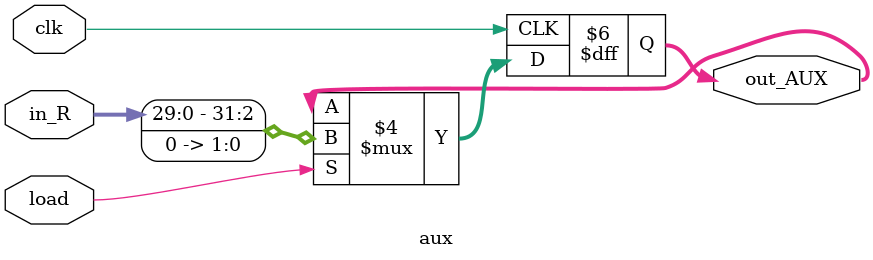
<source format=v>
module aux (
    clk,
    load,
    in_R,
    out_AUX
);

input clk;
input load;
input [31:0] in_R;
output reg [31:0] out_AUX;

always @(negedge clk ) begin
    if (load) out_AUX = in_R << 1 + 1;
    else begin
        out_AUX = out_AUX;
    end
end
endmodule

</source>
